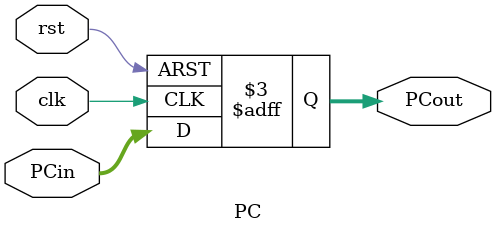
<source format=v>
module PC(

input clk, rst,
input [7:0] PCin,
output reg [7:0] PCout
);

always @(posedge clk or negedge rst) 
 
 begin
 
	if (!rst) begin
	
		PCout <= 8'b0;
		
		end else begin
		
		PCout <= PCin;
		
		end
		
	end 
	
endmodule

</source>
